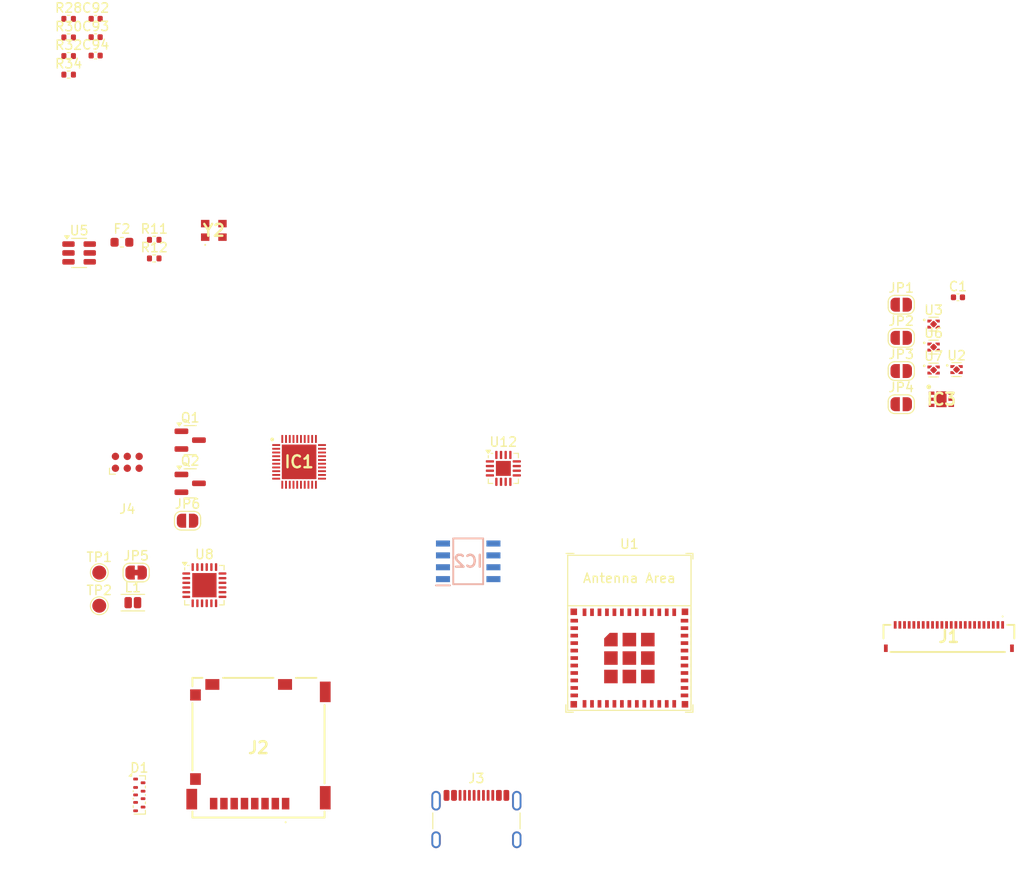
<source format=kicad_pcb>
(kicad_pcb (version 20241229) (generator "pcbnew") (generator_version "9.0")
  (layers (0 "F.Cu" signal) (2 "B.Cu" signal) (13 "F.Paste" user) (15 "B.Paste" user) (5 "F.SilkS" user "F.Silkscreen") (7 "B.SilkS" user "B.Silkscreen") (1 "F.Mask" user) (3 "B.Mask" user) (25 "Edge.Cuts" user))
  (net 0 "")
  (net 1 "GND")
  (net 2 "/power/REG-OUT")
  (net 3 "/power/VBAT")
  (net 4 "+5V")
  (net 5 "Net-(F2-Pad2)")
  (net 6 "+3V3AVDD")
  (net 7 "/AUDIO_DATA_2")
  (net 8 "/audio/GPIO2")
  (net 9 "+3V3")
  (net 10 "/AUDIO_DATA_CLK")
  (net 11 "Net-(IC1-INB_R)")
  (net 12 "/audio/C1")
  (net 13 "Net-(IC1-INB_L)")
  (net 14 "/audio/XI")
  (net 15 "/audio/AVCC_DAC")
  (net 16 "/audio/RESETB")
  (net 17 "/AUDIO_SCL")
  (net 18 "/audio/C1_VC")
  (net 19 "/audio/PNEG_VC")
  (net 20 "Net-(IC1-OUT_L)")
  (net 21 "/audio/VREF")
  (net 22 "Net-(IC1-IN_R)")
  (net 23 "/AUDIO_DATA1")
  (net 24 "/audio/DVDD")
  (net 25 "/audio/C2")
  (net 26 "Net-(IC1-IN_L)")
  (net 27 "Net-(IC1-OUT_R)")
  (net 28 "/audio/C2_VC")
  (net 29 "/audio/PNEG")
  (net 33 "/power/EN3V3VCAA")
  (net 34 "/AUDIO_SDA")
  (net 35 "/power/EN3V3MCLK")
  (net 36 "/power/EN3V3AVCC")
  (net 37 "+3V3AVCC")
  (net 40 "/audio/GPIO1")
  (net 41 "/power/EN1V8AVCC")
  (net 42 "+1V8AVCC")
  (net 43 "+3V3VCCA")
  (net 44 "+3V3MCLK")
  (net 46 "/USB/CC2")
  (net 47 "/USB/D+")
  (net 49 "/USB/D-")
  (net 50 "/USB/CC1")
  (net 51 "/power/ISET")
  (net 52 "/power/ILIM")
  (net 53 "/power/TMR")
  (net 54 "/power/TS")
  (net 55 "/HAL_OUT")
  (net 56 "/USB/SUSP")
  (net 57 "/HAL_SCL")
  (net 70 "/audio/MCLK_EN")
  (net 71 "/HAL_SDA")
  (net 72 "Net-(IC2-PGO)")
  (net 73 "/MEM_DAT1")
  (net 74 "/MEM_DAT2")
  (net 75 "/MEM_DAT3")
  (net 76 "/MEM_CLK")
  (net 77 "/MEM_DAT0")
  (net 84 "/MEM_CMD")
  (net 104 "Net-(JP5-B)")
  (net 105 "/~{RST}")
  (net 106 "Net-(Q1-B)")
  (net 107 "/ESP_EN")
  (net 108 "Net-(Q2-B)")
  (net 109 "/BOOT")
  (net 110 "/~{DTR}")
  (net 111 "Net-(U12-~{PGOOD})")
  (net 112 "Net-(U12-~{CHG})")
  (net 113 "/RXD")
  (net 116 "/TXD")
  (net 120 "/USB/~{DCD}")
  (net 123 "/USB/~{SUSP}")
  (net 126 "/USB/~{RTS}")
  (net 130 "/USB/~{DSR}")
  (net 133 "/USB/~{CTS}")
  (net 136 "/USB/~{RI}{slash}CLK")
  (net 137 "/MEM_COM")
  (footprint "Resistor_SMD:R_0402_1005Metric" (layer "F.Cu") (at 123.535 66.115)
    (property "Reference" "R32" (at 0 -1.17 0) (layer "F.SilkS"))
    (property "Value" "47k")
    (pad "1" smd roundrect (at -0.51 0) (size 0.54 0.64) (layers "F.Cu" "F.Mask" "F.Paste") (net 53 "/power/TMR"))
    (pad "2" smd roundrect (at 0.51 0) (size 0.54 0.64) (layers "F.Cu" "F.Mask" "F.Paste") (net 1 "GND"))
  )
  (footprint "Package_DFN_QFN:Diodes_UDFN3810-9_TYPE_B" (layer "F.Cu") (at 131.1 145.2)
    (property "Reference" "D1" (at 0 -2.9 0) (layer "F.SilkS"))
    (property "Value" "D3V3X8U9LP3810")
    (pad "1" smd roundrect (at -0.4 -1.7) (size 0.5 0.3) (layers "F.Cu" "F.Mask" "F.Paste") (net 137 "/MEM_COM"))
    (pad "2" smd roundrect (at -0.4 -0.8) (size 0.5 0.3) (layers "F.Cu" "F.Mask" "F.Paste") (net 73 "/MEM_DAT1"))
    (pad "3" smd roundrect (at -0.4 0) (size 0.5 0.3) (layers "F.Cu" "F.Mask" "F.Paste") (net 1 "GND"))
    (pad "4" smd roundrect (at -0.4 0.8) (size 0.5 0.3) (layers "F.Cu" "F.Mask" "F.Paste") (net 77 "/MEM_DAT0"))
    (pad "5" smd roundrect (at -0.4 1.7) (size 0.5 0.3) (layers "F.Cu" "F.Mask" "F.Paste") (net 76 "/MEM_CLK"))
    (pad "6" smd roundrect (at 0.4 1.3) (size 0.5 0.3) (layers "F.Cu" "F.Mask" "F.Paste") (net 9 "+3V3"))
    (pad "7" smd roundrect (at 0.4 0.4) (size 0.5 0.3) (layers "F.Cu" "F.Mask" "F.Paste") (net 84 "/MEM_CMD"))
    (pad "8" smd roundrect (at 0.4 -0.4) (size 0.5 0.3) (layers "F.Cu" "F.Mask" "F.Paste") (net 75 "/MEM_DAT3"))
    (pad "9" smd roundrect (at 0.4 -1.3) (size 0.5 0.3) (layers "F.Cu" "F.Mask" "F.Paste") (net 74 "/MEM_DAT2"))
  )
  (footprint "TestPoint:TestPoint_Pad_D1.5mm" (layer "F.Cu") (at 126.8125 124.95)
    (property "Reference" "TP2" (at 0 -1.648 0) (layer "F.SilkS"))
    (property "Value" "TestPoint")
    (pad "1" smd circle (at 0 0) (size 1.5 1.5) (layers "F.Cu" "F.Mask") (net 112 "Net-(U12-~{CHG})"))
  )
  (footprint "ECS-2520SMV-500-GP-TR:ECS2520SMV500GPTR" (layer "F.Cu") (at 139.075 84.775)
    (property "Reference" "Y2" (at 0 0 0) (layer "F.SilkS") (effects (font (size 1.27 1.27) (thickness 0.254))))
    (property "Value" "ECS-2520SMV-500-GP-TR" (hide yes))
    (pad "1" smd rect (at -0.925 0.725 90) (size 0.8 0.9) (layers "F.Cu" "F.Mask" "F.Paste") (net 70 "/audio/MCLK_EN"))
    (pad "2" smd rect (at 0.925 0.725 90) (size 0.8 0.9) (layers "F.Cu" "F.Mask" "F.Paste") (net 1 "GND"))
    (pad "3" smd rect (at 0.925 -0.725 90) (size 0.8 0.9) (layers "F.Cu" "F.Mask" "F.Paste") (net 14 "/audio/XI"))
    (pad "4" smd rect (at -0.925 -0.725 90) (size 0.8 0.9) (layers "F.Cu" "F.Mask" "F.Paste") (net 44 "+3V3MCLK"))
  )
  (footprint "Jumper:SolderJumper-2_P1.3mm_Open_RoundedPad1.0x1.5mm" (layer "F.Cu") (at 212.65 92.73)
    (property "Reference" "JP1" (at 0 -1.8 0) (layer "F.SilkS"))
    (property "Value" "SolderJumper_2_Open")
    (pad "1" smd custom (at -0.65 0) (size 1 0.5) (layers "F.Cu" "F.Mask") (net 33 "/power/EN3V3VCAA") (options (clearance outline) (anchor rect)) (primitives (gr_circle (center 0 0.25) (end 0.5 0.25) (width 0) (fill yes)) (gr_circle (center 0 -0.25) (end 0.5 -0.25) (width 0) (fill yes)) (gr_poly (pts (xy 0.5 0.75) (xy 0 0.75) (xy 0 -0.75) (xy 0.5 -0.75)) (width 0) (fill yes))))
    (pad "2" smd custom (at 0.65 0) (size 1 0.5) (layers "F.Cu" "F.Mask") (net 2 "/power/REG-OUT") (options (clearance outline) (anchor rect)) (primitives (gr_circle (center 0 0.25) (end 0.5 0.25) (width 0) (fill yes)) (gr_circle (center 0 -0.25) (end 0.5 -0.25) (width 0) (fill yes)) (gr_poly (pts (xy 0 0.75) (xy -0.5 0.75) (xy -0.5 -0.75) (xy 0 -0.75)) (width 0) (fill yes))))
  )
  (footprint "Capacitor_SMD:C_0402_1005Metric" (layer "F.Cu") (at 126.425 62.125)
    (property "Reference" "C92" (at 0 -1.16 0) (layer "F.SilkS"))
    (property "Value" "4.7uF")
    (pad "1" smd roundrect (at -0.48 0) (size 0.56 0.62) (layers "F.Cu" "F.Mask" "F.Paste") (net 1 "GND"))
    (pad "2" smd roundrect (at 0.48 0) (size 0.56 0.62) (layers "F.Cu" "F.Mask" "F.Paste") (net 2 "/power/REG-OUT"))
  )
  (footprint "Package_TO_SOT_SMD:SOT-23" (layer "F.Cu") (at 136.5425 111.85)
    (property "Reference" "Q2" (at 0 -2.4 0) (layer "F.SilkS"))
    (property "Value" "SS8050")
    (pad "1" smd roundrect (at -0.9375 -0.95) (size 1.475 0.6) (layers "F.Cu" "F.Mask" "F.Paste") (net 108 "Net-(Q2-B)"))
    (pad "2" smd roundrect (at -0.9375 0.95) (size 1.475 0.6) (layers "F.Cu" "F.Mask" "F.Paste") (net 110 "/~{DTR}"))
    (pad "3" smd roundrect (at 0.9375 0) (size 1.475 0.6) (layers "F.Cu" "F.Mask" "F.Paste") (net 109 "/BOOT"))
  )
  (footprint "Package_SON:Texas_X2SON-4_1x1mm_P0.65mm" (layer "F.Cu") (at 218.57 99.675)
    (property "Reference" "U2" (at 0 -1.5 0) (layer "F.SilkS"))
    (property "Value" "LP5907SNX-1.8/NOPB")
    (pad "1" smd custom (at -0.43 -0.325) (size 0.148492 0.148492) (layers "F.Cu") (net 42 "+1V8AVCC") (options (clearance outline) (anchor circle)) (primitives (gr_poly (pts (xy 0.23 -0.054289) (xy 0.020711 0.155) (xy -0.23 0.155) (xy -0.23 -0.155) (xy 0.23 -0.155)) (width 0) (fill yes))))
    (pad "2" smd custom (at -0.43 0.325) (size 0.148492 0.148492) (layers "F.Cu") (net 1 "GND") (options (clearance outline) (anchor circle)) (primitives (gr_poly (pts (xy 0.23 0.054289) (xy 0.23 0.155) (xy -0.23 0.155) (xy -0.23 -0.155) (xy 0.020711 -0.155)) (width 0) (fill yes))))
    (pad "3" smd custom (at 0.43 0.325) (size 0.148492 0.148492) (layers "F.Cu") (net 41 "/power/EN1V8AVCC") (options (clearance outline) (anchor circle)) (primitives (gr_poly (pts (xy 0.23 0.155) (xy -0.23 0.155) (xy -0.23 0.054289) (xy -0.020711 -0.155) (xy 0.23 -0.155)) (width 0) (fill yes))))
    (pad "4" smd custom (at 0.43 -0.325) (size 0.148492 0.148492) (layers "F.Cu") (net 37 "+3V3AVCC") (options (clearance outline) (anchor circle)) (primitives (gr_poly (pts (xy 0.23 0.155) (xy -0.020711 0.155) (xy -0.23 -0.054289) (xy -0.23 -0.155) (xy 0.23 -0.155)) (width 0) (fill yes))))
    (pad "5" smd roundrect (at 0 0 45) (size 0.58 0.58) (layers "F.Cu" "F.Mask" "F.Paste") (net 1 "GND"))
  )
  (footprint "MEM2090-00-145-00-A:MEM20900014500A" (layer "F.Cu") (at 143.855 140.145)
    (property "Reference" "J2" (at 0 0 0) (layer "F.SilkS") (effects (font (size 1.27 1.27) (thickness 0.254))))
    (property "Value" "MEM2090-00-145-00-A" (hide yes))
    (pad "1" smd rect (at 2.9 5.985) (size 0.8 1.24) (layers "F.Cu" "F.Mask" "F.Paste") (net 74 "/MEM_DAT2"))
    (pad "2" smd rect (at 1.8 5.985) (size 0.8 1.24) (layers "F.Cu" "F.Mask" "F.Paste") (net 75 "/MEM_DAT3"))
    (pad "3" smd rect (at 0.7 5.985) (size 0.8 1.24) (layers "F.Cu" "F.Mask" "F.Paste") (net 84 "/MEM_CMD"))
    (pad "4" smd rect (at -0.4 5.985) (size 0.8 1.24) (layers "F.Cu" "F.Mask" "F.Paste") (net 9 "+3V3"))
    (pad "5" smd rect (at -1.5 5.985) (size 0.8 1.24) (layers "F.Cu" "F.Mask" "F.Paste") (net 76 "/MEM_CLK"))
    (pad "6" smd rect (at -2.6 5.985) (size 0.8 1.24) (layers "F.Cu" "F.Mask" "F.Paste") (net 1 "GND"))
    (pad "7" smd rect (at -3.7 5.985) (size 0.8 1.24) (layers "F.Cu" "F.Mask" "F.Paste") (net 77 "/MEM_DAT0"))
    (pad "8" smd rect (at -4.8 5.985) (size 0.8 1.24) (layers "F.Cu" "F.Mask" "F.Paste") (net 73 "/MEM_DAT1"))
    (pad "9" smd rect (at -6.745 3.355) (size 1.15 1.25) (layers "F.Cu" "F.Mask" "F.Paste") (net 137 "/MEM_COM"))
    (pad "10" smd rect (at 7.145 5.355) (size 1.15 2.5) (layers "F.Cu" "F.Mask" "F.Paste") (net 1 "GND"))
    (pad "11" smd rect (at -7.145 5.505) (size 1.15 2.2) (layers "F.Cu" "F.Mask" "F.Paste") (net 1 "GND"))
    (pad "12" smd rect (at -6.745 -5.645) (size 1.15 1.2) (layers "F.Cu" "F.Mask" "F.Paste") (net 1 "GND"))
    (pad "13" smd rect (at -4.94 -6.77 90) (size 1.15 1.5) (layers "F.Cu" "F.Mask" "F.Paste") (net 1 "GND"))
    (pad "14" smd rect (at 2.84 -6.77 90) (size 1.15 1.5) (layers "F.Cu" "F.Mask" "F.Paste") (net 1 "GND"))
    (pad "15" smd rect (at 7.145 -5.975) (size 1.15 2.2) (layers "F.Cu" "F.Mask" "F.Paste") (net 1 "GND"))
  )
  (footprint "Package_SON:Texas_X2SON-4_1x1mm_P0.65mm" (layer "F.Cu") (at 216.111999 99.723004)
    (property "Reference" "U7" (at 0 -1.5 0) (layer "F.SilkS"))
    (property "Value" "LP5907SNX-3.3/NOPB")
    (pad "1" smd custom (at -0.43 -0.325) (size 0.148492 0.148492) (layers "F.Cu") (net 37 "+3V3AVCC") (options (clearance outline) (anchor circle)) (primitives (gr_poly (pts (xy 0.23 -0.054289) (xy 0.020711 0.155) (xy -0.23 0.155) (xy -0.23 -0.155) (xy 0.23 -0.155)) (width 0) (fill yes))))
    (pad "2" smd custom (at -0.43 0.325) (size 0.148492 0.148492) (layers "F.Cu") (net 1 "GND") (options (clearance outline) (anchor circle)) (primitives (gr_poly (pts (xy 0.23 0.054289) (xy 0.23 0.155) (xy -0.23 0.155) (xy -0.23 -0.155) (xy 0.020711 -0.155)) (width 0) (fill yes))))
    (pad "3" smd custom (at 0.43 0.325) (size 0.148492 0.148492) (layers "F.Cu") (net 36 "/power/EN3V3AVCC") (options (clearance outline) (anchor circle)) (primitives (gr_poly (pts (xy 0.23 0.155) (xy -0.23 0.155) (xy -0.23 0.054289) (xy -0.020711 -0.155) (xy 0.23 -0.155)) (width 0) (fill yes))))
    (pad "4" smd custom (at 0.43 -0.325) (size 0.148492 0.148492) (layers "F.Cu") (net 2 "/power/REG-OUT") (options (clearance outline) (anchor circle)) (primitives (gr_poly (pts (xy 0.23 0.155) (xy -0.020711 0.155) (xy -0.23 -0.054289) (xy -0.23 -0.155) (xy 0.23 -0.155)) (width 0) (fill yes))))
    (pad "5" smd roundrect (at 0 0 45) (size 0.58 0.58) (layers "F.Cu" "F.Mask" "F.Paste") (net 1 "GND"))
  )
  (footprint "Package_SON:Texas_X2SON-4_1x1mm_P0.65mm" (layer "F.Cu") (at 216.111999 97.266003)
    (property "Reference" "U6" (at 0 -1.5 0) (layer "F.SilkS"))
    (property "Value" "LP5907SNX-3.3/NOPB")
    (pad "1" smd custom (at -0.43 -0.325) (size 0.148492 0.148492) (layers "F.Cu") (net 44 "+3V3MCLK") (options (clearance outline) (anchor circle)) (primitives (gr_poly (pts (xy 0.23 -0.054289) (xy 0.020711 0.155) (xy -0.23 0.155) (xy -0.23 -0.155) (xy 0.23 -0.155)) (width 0) (fill yes))))
    (pad "2" smd custom (at -0.43 0.325) (size 0.148492 0.148492) (layers "F.Cu") (net 1 "GND") (options (clearance outline) (anchor circle)) (primitives (gr_poly (pts (xy 0.23 0.054289) (xy 0.23 0.155) (xy -0.23 0.155) (xy -0.23 -0.155) (xy 0.020711 -0.155)) (width 0) (fill yes))))
    (pad "3" smd custom (at 0.43 0.325) (size 0.148492 0.148492) (layers "F.Cu") (net 35 "/power/EN3V3MCLK") (options (clearance outline) (anchor circle)) (primitives (gr_poly (pts (xy 0.23 0.155) (xy -0.23 0.155) (xy -0.23 0.054289) (xy -0.020711 -0.155) (xy 0.23 -0.155)) (width 0) (fill yes))))
    (pad "4" smd custom (at 0.43 -0.325) (size 0.148492 0.148492) (layers "F.Cu") (net 2 "/power/REG-OUT") (options (clearance outline) (anchor circle)) (primitives (gr_poly (pts (xy 0.23 0.155) (xy -0.020711 0.155) (xy -0.23 -0.054289) (xy -0.23 -0.155) (xy 0.23 -0.155)) (width 0) (fill yes))))
    (pad "5" smd roundrect (at 0 0 45) (size 0.58 0.58) (layers "F.Cu" "F.Mask" "F.Paste") (net 1 "GND"))
  )
  (footprint "Resistor_SMD:R_0402_1005Metric" (layer "F.Cu") (at 132.695 85.785)
    (property "Reference" "R11" (at 0 -1.17 0) (layer "F.SilkS"))
    (property "Value" "5.1k")
    (pad "1" smd roundrect (at -0.51 0) (size 0.54 0.64) (layers "F.Cu" "F.Mask" "F.Paste") (net 50 "/USB/CC1"))
    (pad "2" smd roundrect (at 0.51 0) (size 0.54 0.64) (layers "F.Cu" "F.Mask" "F.Paste") (net 1 "GND"))
  )
  (footprint "Package_TO_SOT_SMD:SOT-23-6" (layer "F.Cu") (at 124.655 87.19)
    (property "Reference" "U5" (at 0 -2.4 0) (layer "F.SilkS"))
    (property "Value" "USBLC6-2SC6")
    (pad "1" smd roundrect (at -1.1375 -0.95) (size 1.325 0.6) (layers "F.Cu" "F.Mask" "F.Paste") (net 49 "/USB/D-"))
    (pad "2" smd roundrect (at -1.1375 0) (size 1.325 0.6) (layers "F.Cu" "F.Mask" "F.Paste") (net 1 "GND"))
    (pad "3" smd roundrect (at -1.1375 0.95) (size 1.325 0.6) (layers "F.Cu" "F.Mask" "F.Paste") (net 47 "/USB/D+"))
    (pad "4" smd roundrect (at 1.1375 0.95) (size 1.325 0.6) (layers "F.Cu" "F.Mask" "F.Paste") (net 47 "/USB/D+"))
    (pad "5" smd roundrect (at 1.1375 0) (size 1.325 0.6) (layers "F.Cu" "F.Mask" "F.Paste") (net 4 "+5V"))
    (pad "6" smd roundrect (at 1.1375 -0.95) (size 1.325 0.6) (layers "F.Cu" "F.Mask" "F.Paste") (net 49 "/USB/D-"))
  )
  (footprint "LP5912-3.3DRVR:SON65P200X200X80-7N" (layer "F.Cu") (at 216.95 102.85)
    (property "Reference" "IC3" (at 0 0 0) (layer "F.SilkS") (effects (font (size 1.27 1.27) (thickness 0.254))))
    (property "Value" "LP5912-3.3DRVR" (hide yes))
    (pad "1" smd rect (at -1.05 -0.65 90) (size 0.35 0.6) (layers "F.Cu" "F.Mask" "F.Paste") (net 9 "+3V3"))
    (pad "2" smd rect (at -1.05 0 90) (size 0.35 0.6) (layers "F.Cu" "F.Mask" "F.Paste"))
    (pad "3" smd rect (at -1.05 0.65 90) (size 0.35 0.6) (layers "F.Cu" "F.Mask" "F.Paste"))
    (pad "4" smd rect (at 1.05 0.65 90) (size 0.35 0.6) (layers "F.Cu" "F.Mask" "F.Paste") (net 2 "/power/REG-OUT"))
    (pad "5" smd rect (at 1.05 0 90) (size 0.35 0.6) (layers "F.Cu" "F.Mask" "F.Paste") (net 1 "GND"))
    (pad "6" smd rect (at 1.05 -0.65 90) (size 0.35 0.6) (layers "F.Cu" "F.Mask" "F.Paste") (net 2 "/power/REG-OUT"))
    (pad "7" smd rect (at 0 0) (size 1.1 1.7) (layers "F.Cu" "F.Mask" "F.Paste") (net 1 "GND"))
  )
  (footprint "Package_DFN_QFN:VQFN-16-1EP_3x3mm_P0.5mm_EP1.6x1.6mm" (layer "F.Cu") (at 170.0625 110.25)
    (property "Reference" "U12" (at 0 -2.83 0) (layer "F.SilkS"))
    (property "Value" "BQ24075RGT")
    (pad "1" smd roundrect (at -1.4375 -0.75) (size 0.875 0.25) (layers "F.Cu" "F.Mask" "F.Paste") (net 54 "/power/TS"))
    (pad "2" smd roundrect (at -1.4375 -0.25) (size 0.875 0.25) (layers "F.Cu" "F.Mask" "F.Paste") (net 3 "/power/VBAT"))
    (pad "3" smd roundrect (at -1.4375 0.25) (size 0.875 0.25) (layers "F.Cu" "F.Mask" "F.Paste") (net 3 "/power/VBAT"))
    (pad "4" smd roundrect (at -1.4375 0.75) (size 0.875 0.25) (layers "F.Cu" "F.Mask" "F.Paste") (net 1 "GND"))
    (pad "5" smd roundrect (at -0.75 1.4375) (size 0.25 0.875) (layers "F.Cu" "F.Mask" "F.Paste") (net 56 "/USB/SUSP"))
    (pad "6" smd roundrect (at -0.25 1.4375) (size 0.25 0.875) (layers "F.Cu" "F.Mask" "F.Paste") (net 104 "Net-(JP5-B)"))
    (pad "7" smd roundrect (at 0.25 1.4375) (size 0.25 0.875) (layers "F.Cu" "F.Mask" "F.Paste") (net 111 "Net-(U12-~{PGOOD})"))
    (pad "8" smd roundrect (at 0.75 1.4375) (size 0.25 0.875) (layers "F.Cu" "F.Mask" "F.Paste") (net 1 "GND"))
    (pad "9" smd roundrect (at 1.4375 0.75) (size 0.875 0.25) (layers "F.Cu" "F.Mask" "F.Paste") (net 112 "Net-(U12-~{CHG})"))
    (pad "10" smd roundrect (at 1.4375 0.25) (size 0.875 0.25) (layers "F.Cu" "F.Mask" "F.Paste") (net 2 "/power/REG-OUT"))
    (pad "11" smd roundrect (at 1.4375 -0.25) (size 0.875 0.25) (layers "F.Cu" "F.Mask" "F.Paste") (net 2 "/power/REG-OUT"))
    (pad "12" smd roundrect (at 1.4375 -0.75) (size 0.875 0.25) (layers "F.Cu" "F.Mask" "F.Paste") (net 52 "/power/ILIM"))
    (pad "13" smd roundrect (at 0.75 -1.4375) (size 0.25 0.875) (layers "F.Cu" "F.Mask" "F.Paste") (net 4 "+5V"))
    (pad "14" smd roundrect (at 0.25 -1.4375) (size 0.25 0.875) (layers "F.Cu" "F.Mask" "F.Paste") (net 53 "/power/TMR"))
    (pad "15" smd roundrect (at -0.25 -1.4375) (size 0.25 0.875) (layers "F.Cu" "F.Mask" "F.Paste") (net 1 "GND"))
    (pad "16" smd roundrect (at -0.75 -1.4375) (size 0.25 0.875) (layers "F.Cu" "F.Mask" "F.Paste") (net 51 "/power/ISET"))
    (pad "17" smd rect (at 0 0) (size 1.6 1.6) (property pad_prop_heatsink) (layers "F.Cu" "F.Mask") (net 1 "GND"))
  )
  (footprint "Resistor_SMD:R_0402_1005Metric" (layer "F.Cu") (at 132.695 87.775)
    (property "Reference" "R12" (at 0 -1.17 0) (layer "F.SilkS"))
    (property "Value" "5.1k")
    (pad "1" smd roundrect (at -0.51 0) (size 0.54 0.64) (layers "F.Cu" "F.Mask" "F.Paste") (net 46 "/USB/CC2"))
    (pad "2" smd roundrect (at 0.51 0) (size 0.54 0.64) (layers "F.Cu" "F.Mask" "F.Paste") (net 1 "GND"))
  )
  (footprint "Jumper:SolderJumper-2_P1.3mm_Open_RoundedPad1.0x1.5mm" (layer "F.Cu") (at 136.2625 115.85)
    (property "Reference" "JP6" (at 0 -1.8 0) (layer "F.SilkS"))
    (property "Value" "SolderJumper_2_Open")
    (pad "1" smd custom (at -0.65 0) (size 1 0.5) (layers "F.Cu" "F.Mask") (net 1 "GND") (options (clearance outline) (anchor rect)) (primitives (gr_circle (center 0 0.25) (end 0.5 0.25) (width 0) (fill yes)) (gr_circle (center 0 -0.25) (end 0.5 -0.25) (width 0) (fill yes)) (gr_poly (pts (xy 0.5 0.75) (xy 0 0.75) (xy 0 -0.75) (xy 0.5 -0.75)) (width 0) (fill yes))))
    (pad "2" smd custom (at 0.65 0) (size 1 0.5) (layers "F.Cu" "F.Mask") (net 72 "Net-(IC2-PGO)") (options (clearance outline) (anchor rect)) (primitives (gr_circle (center 0 0.25) (end 0.5 0.25) (width 0) (fill yes)) (gr_circle (center 0 -0.25) (end 0.5 -0.25) (width 0) (fill yes)) (gr_poly (pts (xy 0 0.75) (xy -0.5 0.75) (xy -0.5 -0.75) (xy 0 -0.75)) (width 0) (fill yes))))
  )
  (footprint "Resistor_SMD:R_0402_1005Metric" (layer "F.Cu") (at 123.535 64.125)
    (property "Reference" "R30" (at 0 -1.17 0) (layer "F.SilkS"))
    (property "Value" "1.5k")
    (pad "1" smd roundrect (at -0.51 0) (size 0.54 0.64) (layers "F.Cu" "F.Mask" "F.Paste") (net 52 "/power/ILIM"))
    (pad "2" smd roundrect (at 0.51 0) (size 0.54 0.64) (layers "F.Cu" "F.Mask" "F.Paste") (net 1 "GND"))
  )
  (footprint "TestPoint:TestPoint_Pad_D1.5mm" (layer "F.Cu") (at 126.8125 121.4)
    (property "Reference" "TP1" (at 0 -1.648 0) (layer "F.SilkS"))
    (property "Value" "TestPoint")
    (pad "1" smd circle (at 0 0) (size 1.5 1.5) (layers "F.Cu" "F.Mask") (net 111 "Net-(U12-~{PGOOD})"))
  )
  (footprint "Package_TO_SOT_SMD:SOT-23" (layer "F.Cu") (at 136.5425 107.225)
    (property "Reference" "Q1" (at 0 -2.4 0) (layer "F.SilkS"))
    (property "Value" "SS8050")
    (pad "1" smd roundrect (at -0.9375 -0.95) (size 1.475 0.6) (layers "F.Cu" "F.Mask" "F.Paste") (net 106 "Net-(Q1-B)"))
    (pad "2" smd roundrect (at -0.9375 0.95) (size 1.475 0.6) (layers "F.Cu" "F.Mask" "F.Paste") (net 105 "/~{RST}"))
    (pad "3" smd roundrect (at 0.9375 0) (size 1.475 0.6) (layers "F.Cu" "F.Mask" "F.Paste") (net 107 "/ESP_EN"))
  )
  (footprint "FH34SRJ-24S-0.5SH(99):FH34SRJ24S05SH99" (layer "F.Cu") (at 217.75 128.45)
    (property "Reference" "J1" (at 0 -0.2 0) (layer "F.SilkS") (effects (font (size 1.27 1.27) (thickness 0.254))))
    (property "Value" "GDEY0154D67" (hide yes))
    (pad "1" smd rect (at 5.75 -1.45) (size 0.3 0.8) (layers "F.Cu" "F.Mask" "F.Paste"))
    (pad "2" smd rect (at 5.25 -1.45) (size 0.3 0.8) (layers "F.Cu" "F.Mask" "F.Paste"))
    (pad "3" smd rect (at 4.75 -1.45) (size 0.3 0.8) (layers "F.Cu" "F.Mask" "F.Paste"))
    (pad "4" smd rect (at 4.25 -1.45) (size 0.3 0.8) (layers "F.Cu" "F.Mask" "F.Paste"))
    (pad "5" smd rect (at 3.75 -1.45) (size 0.3 0.8) (layers "F.Cu" "F.Mask" "F.Paste"))
    (pad "6" smd rect (at 3.25 -1.45) (size 0.3 0.8) (layers "F.Cu" "F.Mask" "F.Paste"))
    (pad "7" smd rect (at 2.75 -1.45) (size 0.3 0.8) (layers "F.Cu" "F.Mask" "F.Paste"))
    (pad "8" smd rect (at 2.25 -1.45) (size 0.3 0.8) (layers "F.Cu" "F.Mask" "F.Paste"))
    (pad "9" smd rect (at 1.75 -1.45) (size 0.3 0.8) (layers "F.Cu" "F.Mask" "F.Paste"))
    (pad "10" smd rect (at 1.25 -1.45) (size 0.3 0.8) (layers "F.Cu" "F.Mask" "F.Paste"))
    (pad "11" smd rect (at 0.75 -1.45) (size 0.3 0.8) (layers "F.Cu" "F.Mask" "F.Paste"))
    (pad "12" smd rect (at 0.25 -1.45) (size 0.3 0.8) (layers "F.Cu" "F.Mask" "F.Paste"))
    (pad "13" smd rect (at -0.25 -1.45) (size 0.3 0.8) (layers "F.Cu" "F.Mask" "F.Paste"))
    (pad "14" smd rect (at -0.75 -1.45) (size 0.3 0.8) (layers "F.Cu" "F.Mask" "F.Paste"))
    (pad "15" smd rect (at -1.25 -1.45) (size 0.3 0.8) (layers "F.Cu" "F.Mask" "F.Paste"))
    (pad "16" smd rect (at -1.75 -1.45) (size 0.3 0.8) (layers "F.Cu" "F.Mask" "F.Paste"))
    (pad "17" smd rect (at -2.25 -1.45) (size 0.3 0.8) (layers "F.Cu" "F.Mask" "F.Paste"))
    (pad "18" smd rect (at -2.75 -1.45) (size 0.3 0.8) (layers "F.Cu" "F.Mask" "F.Paste"))
    (pad "19" smd rect (at -3.25 -1.45) (size 0.3 0.8) (layers "F.Cu" "F.Mask" "F.Paste"))
    (pad "20" smd rect (at -3.75 -1.45) (size 0.3 0.8) (layers "F.Cu" "F.Mask" "F.Paste"))
    (pad "21" smd rect (at -4.25 -1.45) (size 0.3 0.8) (layers "F.Cu" "F.Mask" "F.Paste"))
    (pad "22" smd rect (at -4.75 -1.45) (size 0.3 0.8) (layers "F.Cu" "F.Mask" "F.Paste"))
    (pad "23" smd rect (at -5.25 -1.45) (size 0.3 0.8) (layers "F.Cu" "F.Mask" "F.Paste"))
    (pad "24" smd rect (at -5.75 -1.45) (size 0.3 0.8) (layers "F.Cu" "F.Mask" "F.Paste"))
    (pad "MP1" smd rect (at 6.75 1.05) (size 0.4 0.8) (layers "F.Cu" "F.Mask" "F.Paste") (net 1 "GND"))
    (pad "MP2" smd rect (at -6.75 1.05) (size 0.4 0.8) (layers "F.Cu" "F.Mask" "F.Paste") (net 1 "GND"))
  )
  (footprint "PCM_Espressif:ESP32-PICO-MINI-02" (layer "F.Cu") (at 183.55 130.55)
    (property "Reference" "U1" (at 0 -12.2 0) (layer "F.SilkS"))
    (property "Value" "ESP32-PICO-MINI-02")
    (fp_text user "Antenna Area" (at 0 -8.55 0) (layer "F.SilkS"))
    (pad "1" smd rect (at -5.9 -4 90) (size 0.4 0.8) (layers "F.Cu" "F.Mask" "F.Paste") (net 1 "GND"))
    (pad "2" smd rect (at -5.9 -3.2 90) (size 0.4 0.8) (layers "F.Cu" "F.Mask" "F.Paste") (net 1 "GND"))
    (pad "3" smd rect (at -5.9 -2.4 90) (size 0.4 0.8) (layers "F.Cu" "F.Mask" "F.Paste") (net 9 "+3V3"))
    (pad "4" smd rect (at -5.9 -1.6 90) (size 0.4 0.8) (layers "F.Cu" "F.Mask" "F.Paste") (net 55 "/HAL_OUT"))
    (pad "5" smd rect (at -5.9 -0.8 90) (size 0.4 0.8) (layers "F.Cu" "F.Mask" "F.Paste"))
    (pad "6" smd rect (at -5.9 0 90) (size 0.4 0.8) (layers "F.Cu" "F.Mask" "F.Paste"))
    (pad "7" smd rect (at -5.9 0.8 90) (size 0.4 0.8) (layers "F.Cu" "F.Mask" "F.Paste"))
    (pad "8" smd rect (at -5.9 1.6 90) (size 0.4 0.8) (layers "F.Cu" "F.Mask" "F.Paste") (net 107 "/ESP_EN"))
    (pad "9" smd rect (at -5.9 2.4 90) (size 0.4 0.8) (layers "F.Cu" "F.Mask" "F.Paste"))
    (pad "10" smd rect (at -5.9 3.2 90) (size 0.4 0.8) (layers "F.Cu" "F.Mask" "F.Paste"))
    (pad "11" smd rect (at -5.9 4 90) (size 0.4 0.8) (layers "F.Cu" "F.Mask" "F.Paste") (net 1 "GND"))
    (pad "12" smd rect (at -4.8 4.9) (size 0.4 0.8) (layers "F.Cu" "F.Mask" "F.Paste"))
    (pad "13" smd rect (at -4 4.9) (size 0.4 0.8) (layers "F.Cu" "F.Mask" "F.Paste"))
    (pad "14" smd rect (at -3.2 4.9) (size 0.4 0.8) (layers "F.Cu" "F.Mask" "F.Paste") (net 1 "GND"))
    (pad "15" smd rect (at -2.4 4.9) (size 0.4 0.8) (layers "F.Cu" "F.Mask" "F.Paste") (net 17 "/AUDIO_SCL"))
    (pad "16" smd rect (at -1.6 4.9) (size 0.4 0.8) (layers "F.Cu" "F.Mask" "F.Paste") (net 34 "/AUDIO_SDA"))
    (pad "17" smd rect (at -0.8 4.9) (size 0.4 0.8) (layers "F.Cu" "F.Mask" "F.Paste"))
    (pad "18" smd rect (at 0 4.9) (size 0.4 0.8) (layers "F.Cu" "F.Mask" "F.Paste") (net 76 "/MEM_CLK"))
    (pad "19" smd rect (at 0.8 4.9) (size 0.4 0.8) (layers "F.Cu" "F.Mask" "F.Paste") (net 74 "/MEM_DAT2"))
    (pad "20" smd rect (at 1.6 4.9) (size 0.4 0.8) (layers "F.Cu" "F.Mask" "F.Paste") (net 75 "/MEM_DAT3"))
    (pad "21" smd rect (at 2.4 4.9) (size 0.4 0.8) (layers "F.Cu" "F.Mask" "F.Paste") (net 84 "/MEM_CMD"))
    (pad "22" smd rect (at 3.2 4.9) (size 0.4 0.8) (layers "F.Cu" "F.Mask" "F.Paste") (net 77 "/MEM_DAT0"))
    (pad "23" smd rect (at 4 4.9) (size 0.4 0.8) (layers "F.Cu" "F.Mask" "F.Paste") (net 109 "/BOOT"))
    (pad "24" smd rect (at 4.8 4.9) (size 0.4 0.8) (layers "F.Cu" "F.Mask" "F.Paste") (net 73 "/MEM_DAT1"))
    (pad "25" smd rect (at 5.9 4 90) (size 0.4 0.8) (layers "F.Cu" "F.Mask" "F.Paste"))
    (pad "26" smd rect (at 5.9 3.2 90) (size 0.4 0.8) (layers "F.Cu" "F.Mask" "F.Paste") (net 71 "/HAL_SDA"))
    (pad "27" smd rect (at 5.9 2.4 90) (size 0.4 0.8) (layers "F.Cu" "F.Mask" "F.Paste"))
    (pad "28" smd rect (at 5.9 1.6 90) (size 0.4 0.8) (layers "F.Cu" "F.Mask" "F.Paste"))
    (pad "29" smd rect (at 5.9 0.8 90) (size 0.4 0.8) (layers "F.Cu" "F.Mask" "F.Paste"))
    (pad "30" smd rect (at 5.9 0 90) (size 0.4 0.8) (layers "F.Cu" "F.Mask" "F.Paste") (net 113 "/RXD"))
    (pad "31" smd rect (at 5.9 -0.8 90) (size 0.4 0.8) (layers "F.Cu" "F.Mask" "F.Paste") (net 116 "/TXD"))
    (pad "32" smd rect (at 5.9 -1.6 90) (size 0.4 0.8) (layers "F.Cu" "F.Mask" "F.Paste"))
    (pad "33" smd rect (at 5.9 -2.4 90) (size 0.4 0.8) (layers "F.Cu" "F.Mask" "F.Paste") (net 57 "/HAL_SCL"))
    (pad "34" smd rect (at 5.9 -3.2 90) (size 0.4 0.8) (layers "F.Cu" "F.Mask" "F.Paste") (net 7 "/AUDIO_DATA_2"))
    (pad "35" smd rect (at 5.9 -4 90) (size 0.4 0.8) (layers "F.Cu" "F.Mask" "F.Paste") (net 23 "/AUDIO_DATA1"))
    (pad "36" smd rect (at 4.8 -4.9) (size 0.4 0.8) (layers "F.Cu" "F.Mask" "F.Paste") (net 1 "GND"))
    (pad "37" smd rect (at 4 -4.9) (size 0.4 0.8) (layers "F.Cu" "F.Mask" "F.Paste") (net 1 "GND"))
    (pad "38" smd rect (at 3.2 -4.9) (size 0.4 0.8) (layers "F.Cu" "F.Mask" "F.Paste") (net 1 "GND"))
    (pad "39" smd rect (at 2.4 -4.9) (size 0.4 0.8) (layers "F.Cu" "F.Mask" "F.Paste") (net 1 "GND"))
    (pad "40" smd rect (at 1.6 -4.9) (size 0.4 0.8) (layers "F.Cu" "F.Mask" "F.Paste") (net 1 "GND"))
    (pad "41" smd rect (at 0.8 -4.9) (size 0.4 0.8) (layers "F.Cu" "F.Mask" "F.Paste") (net 1 "GND"))
    (pad "42" smd rect (at 0 -4.9) (size 0.4 0.8) (layers "F.Cu" "F.Mask" "F.Paste") (net 1 "GND"))
    (pad "43" smd rect (at -0.8 -4.9) (size 0.4 0.8) (layers "F.Cu" "F.Mask" "F.Paste") (net 1 "GND"))
    (pad "44" smd rect (at -1.6 -4.9) (size 0.4 0.8) (layers "F.Cu" "F.Mask" "F.Paste") (net 1 "GND"))
    (pad "45" smd rect (at -2.4 -4.9) (size 0.4 0.8) (layers "F.Cu" "F.Mask" "F.Paste") (net 1 "GND"))
    (pad "46" smd rect (at -3.2 -4.9) (size 0.4 0.8) (layers "F.Cu" "F.Mask" "F.Paste") (net 1 "GND"))
    (pad "47" smd rect (at -4 -4.9) (size 0.4 0.8) (layers "F.Cu" "F.Mask" "F.Paste") (net 1 "GND"))
    (pad "48" smd rect (at -4.8 -4.9) (size 0.4 0.8) (layers "F.Cu" "F.Mask" "F.Paste") (net 1 "GND"))
    (pad "49" smd custom (at -1.975 -1.975) (size 0.8 0.8) (layers "F.Cu" "F.Mask" "F.Paste") (net 1 "GND") (options (clearance outline) (anchor rect)) (primitives (gr_poly (pts (xy 0.725 0.725) (xy -0.725 0.725) (xy -0.725 -0.125) (xy -0.125 -0.725) (xy 0.725 -0.725)) (width 0) (fill yes))))
    (pad "49" smd rect (at -1.975 0 90) (size 1.45 1.45) (layers "F.Cu" "F.Mask" "F.Paste") (net 1 "GND"))
    (pad "49" smd rect (at -1.975 1.975 90) (size 1.45 1.45) (layers "F.Cu" "F.Mask" "F.Paste") (net 1 "GND"))
    (pad "49" smd rect (at 0 -1.975 90) (size 1.45 1.45) (layers "F.Cu" "F.Mask" "F.Paste") (net 1 "GND"))
    (pad "49" smd rect (at 0 0 90) (size 1.45 1.45) (layers "F.Cu" "F.Mask" "F.Paste") (net 1 "GND"))
    (pad "49" smd rect (at 0 1.975 90) (size 1.45 1.45) (layers "F.Cu" "F.Mask" "F.Paste") (net 1 "GND"))
    (pad "49" smd rect (at 1.975 -1.975 90) (size 1.45 1.45) (layers "F.Cu" "F.Mask" "F.Paste") (net 1 "GND"))
    (pad "49" smd rect (at 1.975 0 90) (size 1.45 1.45) (layers "F.Cu" "F.Mask" "F.Paste") (net 1 "GND"))
    (pad "49" smd rect (at 1.975 1.975 90) (size 1.45 1.45) (layers "F.Cu" "F.Mask" "F.Paste") (net 1 "GND"))
    (pad "50" smd rect (at 5.95 -4.95 90) (size 0.7 0.7) (layers "F.Cu" "F.Mask" "F.Paste") (net 1 "GND"))
    (pad "51" smd rect (at 5.95 4.95 90) (size 0.7 0.7) (layers "F.Cu" "F.Mask" "F.Paste") (net 1 "GND"))
    (pad "52" smd rect (at -5.95 4.95 90) (size 0.7 0.7) (layers "F.Cu" "F.Mask" "F.Paste") (net 1 "GND"))
    (pad "53" smd rect (at -5.95 -4.95 90) (size 0.7 0.7) (layers "F.Cu" "F.Mask" "F.Paste") (net 1 "GND"))
  )
  (footprint "Connector:Tag-Connect_TC2030-IDC-FP_2x03_P1.27mm_Vertical" (layer "F.Cu") (at 129.8125 109.6)
    (property "Reference" "J4" (at 0 5 0) (layer "F.SilkS"))
    (property "Value" "Conn_ARM_SWD_TagConnect_TC2030")
    (pad "" np_thru_hole circle (at -2.54 -2.54) (size 2.3749 2.3749) (drill 2.3749) (layers "*.Cu" "*.Mask"))
    (pad "" np_thru_hole circle (at -2.54 0) (size 0.9906 0.9906) (drill 0.9906) (layers "*.Cu" "*.Mask"))
    (pad "" np_thru_hole circle (at -2.54 2.54) (size 2.3749 2.3749) (drill 2.3749) (layers "*.Cu" "*.Mask"))
    (pad "" np_thru_hole circle (at 0.635 -2.54) (size 2.3749 2.3749) (drill 2.3749) (layers "*.Cu" "*.Mask"))
    (pad "" np_thru_hole circle (at 0.635 2.54) (size 2.3749 2.3749) (drill 2.3749) (layers "*.Cu" "*.Mask"))
    (pad "" np_thru_hole circle (at 2.54 -1.016) (size 0.9906 0.9906) (drill 0.9906) (layers "*.Cu" "*.Mask"))
    (pad "" np_thru_hole circle (at 2.54 1.016) (size 0.9906 0.9906) (drill 0.9906) (layers "*.Cu" "*.Mask"))
    (pad "1" connect circle (at -1.27 0.635) (size 0.7874 0.7874) (layers "F.Cu" "F.Mask"))
    (pad "2" connect circle (at -1.27 -0.635) (size 0.7874 0.7874) (layers "F.Cu" "F.Mask"))
    (pad "3" connect circle (at 0 0.635) (size 0.7874 0.7874) (layers "F.Cu" "F.Mask"))
    (pad "4" connect circle (at 0 -0.635) (size 0.7874 0.7874) (layers "F.Cu" "F.Mask"))
    (pad "5" connect circle (at 1.27 0.635) (size 0.7874 0.7874) (layers "F.Cu" "F.Mask"))
    (pad "6" connect circle (at 1.27 -0.635) (size 0.7874 0.7874) (layers "F.Cu" "F.Mask"))
  )
  (footprint "Capacitor_SMD:C_0402_1005Metric" (layer "F.Cu") (at 218.72 91.94)
    (property "Reference" "C1" (at 0 -1.16 0) (layer "F.SilkS"))
    (property "Value" "4.7uF")
    (pad "1" smd roundrect (at -0.48 0) (size 0.56 0.62) (layers "F.Cu" "F.Mask" "F.Paste") (net 1 "GND"))
    (pad "2" smd roundrect (at 0.48 0) (size 0.56 0.62) (layers "F.Cu" "F.Mask" "F.Paste") (net 2 "/power/REG-OUT"))
  )
  (footprint "Connector_USB:USB_C_Receptacle_GCT_USB4105-xx-A_16P_TopMnt_Horizontal" (layer "F.Cu") (at 167.18 148.925)
    (property "Reference" "J3" (at 0 -5.5 0) (layer "F.SilkS"))
    (property "Value" "USB_C_Receptacle_USB2.0_16P")
    (pad "" np_thru_hole circle (at -2.89 -2.605) (size 0.65 0.65) (drill 0.65) (layers "*.Cu" "*.Mask"))
    (pad "" np_thru_hole circle (at 2.89 -2.605) (size 0.65 0.65) (drill 0.65) (layers "*.Cu" "*.Mask"))
    (pad "A1" smd roundrect (at -3.2 -3.68) (size 0.6 1.15) (layers "F.Cu" "F.Mask" "F.Paste") (net 1 "GND"))
    (pad "A4" smd roundrect (at -2.4 -3.68) (size 0.6 1.15) (layers "F.Cu" "F.Mask" "F.Paste") (net 5 "Net-(F2-Pad2)"))
    (pad "A5" smd roundrect (at -1.25 -3.68) (size 0.3 1.15) (layers "F.Cu" "F.Mask" "F.Paste") (net 46 "/USB/CC2"))
    (pad "A6" smd roundrect (at -0.25 -3.68) (size 0.3 1.15) (layers "F.Cu" "F.Mask" "F.Paste") (net 47 "/USB/D+"))
    (pad "A7" smd roundrect (at 0.25 -3.68) (size 0.3 1.15) (layers "F.Cu" "F.Mask" "F.Paste") (net 49 "/USB/D-"))
    (pad "A8" smd roundrect (at 1.25 -3.68) (size 0.3 1.15) (layers "F.Cu" "F.Mask" "F.Paste"))
    (pad "A9" smd roundrect (at 2.4 -3.68) (size 0.6 1.15) (layers "F.Cu" "F.Mask" "F.Paste") (net 5 "Net-(F2-Pad2)"))
    (pad "A12" smd roundrect (at 3.2 -3.68) (size 0.6 1.15) (layers "F.Cu" "F.Mask" "F.Paste") (net 1 "GND"))
    (pad "B1" smd roundrect (at 3.2 -3.68) (size 0.6 1.15) (layers "F.Cu" "F.Mask" "F.Paste") (net 1 "GND"))
    (pad "B4" smd roundrect (at 2.4 -3.68) (size 0.6 1.15) (layers "F.Cu" "F.Mask" "F.Paste") (net 5 "Net-(F2-Pad2)"))
    (pad "B5" smd roundrect (at 1.75 -3.68) (size 0.3 1.15) (layers "F.Cu" "F.Mask" "F.Paste") (net 50 "/USB/CC1"))
    (pad "B6" smd roundrect (at 0.75 -3.68) (size 0.3 1.15) (layers "F.Cu" "F.Mask" "F.Paste") (net 47 "/USB/D+"))
    (pad "B7" smd roundrect (at -0.75 -3.68) (size 0.3 1.15) (layers "F.Cu" "F.Mask" "F.Paste") (net 49 "/USB/D-"))
    (pad "B8" smd roundrect (at -1.75 -3.68) (size 0.3 1.15) (layers "F.Cu" "F.Mask" "F.Paste"))
    (pad "B9" smd roundrect (at -2.4 -3.68) (size 0.6 1.15) (layers "F.Cu" "F.Mask" "F.Paste") (net 5 "Net-(F2-Pad2)"))
    (pad "B12" smd roundrect (at -3.2 -3.68) (size 0.6 1.15) (layers "F.Cu" "F.Mask" "F.Paste") (net 1 "GND"))
    (pad "S1" thru_hole oval (at -4.32 -3.105) (size 1 2.1) (drill oval 0.6 1.7) (property pad_prop_heatsink) (layers "*.Cu" "*.Mask" "F.Paste") (net 1 "GND"))
    (pad "S1" thru_hole oval (at -4.32 1.075) (size 1 1.8) (drill oval 0.6 1.4) (property pad_prop_heatsink) (layers "*.Cu" "*.Mask" "F.Paste") (net 1 "GND"))
    (pad "S1" thru_hole oval (at 4.32 -3.105) (size 1 2.1) (drill oval 0.6 1.7) (property pad_prop_heatsink) (layers "*.Cu" "*.Mask" "F.Paste") (net 1 "GND"))
    (pad "S1" thru_hole oval (at 4.32 1.075) (size 1 1.8) (drill oval 0.6 1.4) (property pad_prop_heatsink) (layers "*.Cu" "*.Mask" "F.Paste") (net 1 "GND"))
  )
  (footprint "Jumper:SolderJumper-2_P1.3mm_Open_RoundedPad1.0x1.5mm" (layer "F.Cu") (at 212.65 103.38)
    (property "Reference" "JP4" (at 0 -1.8 0) (layer "F.SilkS"))
    (property "Value" "SolderJumper_2_Open")
    (pad "1" smd custom (at -0.65 0) (size 1 0.5) (layers "F.Cu" "F.Mask") (net 41 "/power/EN1V8AVCC") (options (clearance outline) (anchor rect)) (primitives (gr_circle (center 0 0.25) (end 0.5 0.25) (width 0) (fill yes)) (gr_circle (center 0 -0.25) (end 0.5 -0.25) (width 0) (fill yes)) (gr_poly (pts (xy 0.5 0.75) (xy 0 0.75) (xy 0 -0.75) (xy 0.5 -0.75)) (width 0) (fill yes))))
    (pad "2" smd custom (at 0.65 0) (size 1 0.5) (layers "F.Cu" "F.Mask") (net 37 "+3V3AVCC") (options (clearance outline) (anchor rect)) (primitives (gr_circle (center 0 0.25) (end 0.5 0.25) (width 0) (fill yes)) (gr_circle (center 0 -0.25) (end 0.5 -0.25) (width 0) (fill yes)) (gr_poly (pts (xy 0 0.75) (xy -0.5 0.75) (xy -0.5 -0.75) (xy 0 -0.75)) (width 0) (fill yes))))
  )
  (footprint "Package_SON:Texas_X2SON-4_1x1mm_P0.65mm" (layer "F.Cu") (at 216.111999 94.809002)
    (property "Reference" "U3" (at 0 -1.5 0) (layer "F.SilkS"))
    (property "Value" "LP5907SNX-3.3/NOPB")
    (pad "1" smd custom (at -0.43 -0.325) (size 0.148492 0.148492) (layers "F.Cu") (net 43 "+3V3VCCA") (options (clearance outline) (anchor circle)) (primitives (gr_poly (pts (xy 0.23 -0.054289) (xy 0.020711 0.155) (xy -0.23 0.155) (xy -0.23 -0.155) (xy 0.23 -0.155)) (width 0) (fill yes))))
    (pad "2" smd custom (at -0.43 0.325) (size 0.148492 0.148492) (layers "F.Cu") (net 1 "GND") (options (clearance outline) (anchor circle)) (primitives (gr_poly (pts (xy 0.23 0.054289) (xy 0.23 0.155) (xy -0.23 0.155) (xy -0.23 -0.155) (xy 0.020711 -0.155)) (width 0) (fill yes))))
    (pad "3" smd custom (at 0.43 0.325) (size 0.148492 0.148492) (layers "F.Cu") (net 33 "/power/EN3V3VCAA") (options (clearance outline) (anchor circle)) (primitives (gr_poly (pts (xy 0.23 0.155) (xy -0.23 0.155) (xy -0.23 0.054289) (xy -0.020711 -0.155) (xy 0.23 -0.155)) (width 0) (fill yes))))
    (pad "4" smd custom (at 0.43 -0.325) (size 0.148492 0.148492) (layers "F.Cu") (net 2 "/power/REG-OUT") (options (clearance outline) (anchor circle)) (primitives (gr_poly (pts (xy 0.23 0.155) (xy -0.020711 0.155) (xy -0.23 -0.054289) (xy -0.23 -0.155) (xy 0.23 -0.155)) (width 0) (fill yes))))
    (pad "5" smd roundrect (at 0 0 45) (size 0.58 0.58) (layers "F.Cu" "F.Mask" "F.Paste") (net 1 "GND"))
  )
  (footprint "Jumper:SolderJumper-2_P1.3mm_Bridged_RoundedPad1.0x1.5mm" (layer "F.Cu") (at 130.7625 121.4)
    (property "Reference" "JP5" (at 0 -1.8 0) (layer "F.SilkS"))
    (property "Value" "SolderJumper_2_Bridged")
    (fp_poly (pts (xy 0.25 -0.3) (xy -0.25 -0.3) (xy -0.25 0.3) (xy 0.25 0.3)) (fill yes) (layer "F.Cu"))
    (pad "1" smd custom (at -0.65 0) (size 1 0.5) (layers "F.Cu" "F.Mask") (net 4 "+5V") (options (clearance outline) (anchor rect)) (primitives (gr_circle (center 0 0.25) (end 0.5 0.25) (width 0) (fill yes)) (gr_circle (center 0 -0.25) (end 0.5 -0.25) (width 0) (fill yes)) (gr_poly (pts (xy 0.5 0.75) (xy 0 0.75) (xy 0 -0.75) (xy 0.5 -0.75)) (width 0) (fill yes))))
    (pad "2" smd custom (at 0.65 0) (size 1 0.5) (layers "F.Cu" "F.Mask") (net 104 "Net-(JP5-B)") (options (clearance outline) (anchor rect)) (primitives (gr_circle (center 0 0.25) (end 0.5 0.25) (width 0) (fill yes)) (gr_circle (center 0 -0.25) (end 0.5 -0.25) (width 0) (fill yes)) (gr_poly (pts (xy 0 0.75) (xy -0.5 0.75) (xy -0.5 -0.75) (xy 0 -0.75)) (width 0) (fill yes))))
  )
  (footprint "Package_DFN_QFN:QFN-24-1EP_4x4mm_P0.5mm_EP2.6x2.6mm" (layer "F.Cu") (at 138.0625 122.75)
    (property "Reference" "U8" (at 0 -3.3 0) (layer "F.SilkS"))
    (property "Value" "CP2102N-Axx-xQFN24")
    (pad "1" smd roundrect (at -1.9375 -1.25) (size 0.825 0.25) (layers "F.Cu" "F.Mask" "F.Paste") (net 136 "/USB/~{RI}{slash}CLK"))
    (pad "2" smd roundrect (at -1.9375 -0.75) (size 0.825 0.25) (layers "F.Cu" "F.Mask" "F.Paste") (net 1 "GND"))
    (pad "3" smd roundrect (at -1.9375 -0.25) (size 0.825 0.25) (layers "F.Cu" "F.Mask" "F.Paste") (net 47 "/USB/D+"))
    (pad "4" smd roundrect (at -1.9375 0.25) (size 0.825 0.25) (layers "F.Cu" "F.Mask" "F.Paste") (net 49 "/USB/D-"))
    (pad "5" smd roundrect (at -1.9375 0.75) (size 0.825 0.25) (layers "F.Cu" "F.Mask" "F.Paste"))
    (pad "6" smd roundrect (at -1.9375 1.25) (size 0.825 0.25) (layers "F.Cu" "F.Mask" "F.Paste"))
    (pad "7" smd roundrect (at -1.25 1.9375) (size 0.25 0.825) (layers "F.Cu" "F.Mask" "F.Paste"))
    (pad "8" smd roundrect (at -0.75 1.9375) (size 0.25 0.825) (layers "F.Cu" "F.Mask" "F.Paste") (net 4 "+5V"))
    (pad "9" smd roundrect (at -0.25 1.9375) (size 0.25 0.825) (layers "F.Cu" "F.Mask" "F.Paste") (net 105 "/~{RST}"))
    (pad "10" smd roundrect (at 0.25 1.9375) (size 0.25 0.825) (layers "F.Cu" "F.Mask" "F.Paste"))
    (pad "11" smd roundrect (at 0.75 1.9375) (size 0.25 0.825) (layers "F.Cu" "F.Mask" "F.Paste"))
    (pad "12" smd roundrect (at 1.25 1.9375) (size 0.25 0.825) (layers "F.Cu" "F.Mask" "F.Paste"))
    (pad "13" smd roundrect (at 1.9375 1.25) (size 0.825 0.25) (layers "F.Cu" "F.Mask" "F.Paste"))
    (pad "14" smd roundrect (at 1.9375 0.75) (size 0.825 0.25) (layers "F.Cu" "F.Mask" "F.Paste"))
    (pad "15" smd roundrect (at 1.9375 0.25) (size 0.825 0.25) (layers "F.Cu" "F.Mask" "F.Paste") (net 123 "/USB/~{SUSP}"))
    (pad "16" smd roundrect (at 1.9375 -0.25) (size 0.825 0.25) (layers "F.Cu" "F.Mask" "F.Paste"))
    (pad "17" smd roundrect (at 1.9375 -0.75) (size 0.825 0.25) (layers "F.Cu" "F.Mask" "F.Paste") (net 56 "/USB/SUSP"))
    (pad "18" smd roundrect (at 1.9375 -1.25) (size 0.825 0.25) (layers "F.Cu" "F.Mask" "F.Paste") (net 133 "/USB/~{CTS}"))
    (pad "19" smd roundrect (at 1.25 -1.9375) (size 0.25 0.825) (layers "F.Cu" "F.Mask" "F.Paste") (net 126 "/USB/~{RTS}"))
    (pad "20" smd roundrect (at 0.75 -1.9375) (size 0.25 0.825) (layers "F.Cu" "F.Mask" "F.Paste") (net 116 "/TXD"))
    (pad "21" smd roundrect (at 0.25 -1.9375) (size 0.25 0.825) (layers "F.Cu" "F.Mask" "F.Paste") (net 113 "/RXD"))
    (pad "22" smd roundrect (at -0.25 -1.9375) (size 0.25 0.825) (layers "F.Cu" "F.Mask" "F.Paste") (net 130 "/USB/~{DSR}"))
    (pad "23" smd roundrect (at -0.75 -1.9375) (size 0.25 0.825) (layers "F.Cu" "F.Mask" "F.Paste") (net 110 "/~{DTR}"))
    (pad "24" smd roundrect (at -1.25 -1.9375) (size 0.25 0.825) (layers "F.Cu" "F.Mask" "F.Paste") (net 120 "/USB/~{DCD}"))
    (pad "25" smd rect (at 0 0) (size 2.6 2.6) (property pad_prop_heatsink) (layers "F.Cu" "F.Mask") (net 1 "GND"))
  )
  (footprint "ES9218PQ:QFN40P500X500X80-41N-D" (layer "F.Cu") (at 148.2 109.55)
    (property "Reference" "IC1" (at 0 0 0) (layer "F.SilkS") (effects (font (size 1.27 1.27) (thickness 0.254))))
    (property "Value" "ES9218PQ" (hide yes))
    (pad "1" smd rect (at -2.45 -1.8 90) (size 0.2 0.85) (layers "F.Cu" "F.Mask" "F.Paste") (net 1 "GND"))
    (pad "2" smd rect (at -2.45 -1.4 90) (size 0.2 0.85) (layers "F.Cu" "F.Mask" "F.Paste"))
    (pad "3" smd rect (at -2.45 -1 90) (size 0.2 0.85) (layers "F.Cu" "F.Mask" "F.Paste") (net 14 "/audio/XI"))
    (pad "4" smd rect (at -2.45 -0.6 90) (size 0.2 0.85) (layers "F.Cu" "F.Mask" "F.Paste") (net 43 "+3V3VCCA"))
    (pad "5" smd rect (at -2.45 -0.2 90) (size 0.2 0.85) (layers "F.Cu" "F.Mask" "F.Paste") (net 1 "GND"))
    (pad "6" smd rect (at -2.45 0.2 90) (size 0.2 0.85) (layers "F.Cu" "F.Mask" "F.Paste"))
    (pad "7" smd rect (at -2.45 0.6 90) (size 0.2 0.85) (layers "F.Cu" "F.Mask" "F.Paste") (net 11 "Net-(IC1-INB_R)"))
    (pad "8" smd rect (at -2.45 1 90) (size 0.2 0.85) (layers "F.Cu" "F.Mask" "F.Paste") (net 22 "Net-(IC1-IN_R)"))
    (pad "9" smd rect (at -2.45 1.4 90) (size 0.2 0.85) (layers "F.Cu" "F.Mask" "F.Paste") (net 27 "Net-(IC1-OUT_R)"))
    (pad "10" smd rect (at -2.45 1.8 90) (size 0.2 0.85) (layers "F.Cu" "F.Mask" "F.Paste") (net 1 "GND"))
    (pad "11" smd rect (at -1.8 2.45) (size 0.2 0.85) (layers "F.Cu" "F.Mask" "F.Paste") (net 1 "GND"))
    (pad "12" smd rect (at -1.4 2.45) (size 0.2 0.85) (layers "F.Cu" "F.Mask" "F.Paste") (net 1 "GND"))
    (pad "13" smd rect (at -1 2.45) (size 0.2 0.85) (layers "F.Cu" "F.Mask" "F.Paste") (net 29 "/audio/PNEG"))
    (pad "14" smd rect (at -0.6 2.45) (size 0.2 0.85) (layers "F.Cu" "F.Mask" "F.Paste") (net 19 "/audio/PNEG_VC"))
    (pad "15" smd rect (at -0.2 2.45) (size 0.2 0.85) (layers "F.Cu" "F.Mask" "F.Paste") (net 25 "/audio/C2"))
    (pad "16" smd rect (at 0.2 2.45) (size 0.2 0.85) (layers "F.Cu" "F.Mask" "F.Paste") (net 28 "/audio/C2_VC"))
    (pad "17" smd rect (at 0.6 2.45) (size 0.2 0.85) (layers "F.Cu" "F.Mask" "F.Paste") (net 18 "/audio/C1_VC"))
    (pad "18" smd rect (at 1 2.45) (size 0.2 0.85) (layers "F.Cu" "F.Mask" "F.Paste") (net 12 "/audio/C1"))
    (pad "19" smd rect (at 1.4 2.45) (size 0.2 0.85) (layers "F.Cu" "F.Mask" "F.Paste") (net 42 "+1V8AVCC"))
    (pad "20" smd rect (at 1.8 2.45) (size 0.2 0.85) (layers "F.Cu" "F.Mask" "F.Paste") (net 37 "+3V3AVCC"))
    (pad "21" smd rect (at 2.45 1.8 90) (size 0.2 0.85) (layers "F.Cu" "F.Mask" "F.Paste") (net 1 "GND"))
    (pad "22" smd rect (at 2.45 1.4 90) (size 0.2 0.85) (layers "F.Cu" "F.Mask" "F.Paste") (net 20 "Net-(IC1-OUT_L)"))
    (pad "23" smd rect (at 2.45 1 90) (size 0.2 0.85) (layers "F.Cu" "F.Mask" "F.Paste") (net 26 "Net-(IC1-IN_L)"))
    (pad "24" smd rect (at 2.45 0.6 90) (size 0.2 0.85) (layers "F.Cu" "F.Mask" "F.Paste") (net 13 "Net-(IC1-INB_L)"))
    (pad "25" smd rect (at 2.45 0.2 90) (size 0.2 0.85) (layers "F.Cu" "F.Mask" "F.Paste"))
    (pad "26" smd rect (at 2.45 -0.2 90) (size 0.2 0.85) (layers "F.Cu" "F.Mask" "F.Paste") (net 1 "GND"))
    (pad "27" smd rect (at 2.45 -0.6 90) (size 0.2 0.85) (layers "F.Cu" "F.Mask" "F.Paste") (net 15 "/audio/AVCC_DAC"))
    (pad "28" smd rect (at 2.45 -1 90) (size 0.2 0.85) (layers "F.Cu" "F.Mask" "F.Paste") (net 21 "/audio/VREF"))
    (pad "29" smd rect (at 2.45 -1.4 90) (size 0.2 0.85) (layers "F.Cu" "F.Mask" "F.Paste") (net 6 "+3V3AVDD"))
    (pad "30" smd rect (at 2.45 -1.8 90) (size 0.2 0.85) (layers "F.Cu" "F.Mask" "F.Paste") (net 1 "GND"))
    (pad "31" smd rect (at 1.8 -2.45) (size 0.2 0.85) (layers "F.Cu" "F.Mask" "F.Paste") (net 24 "/audio/DVDD"))
    (pad "32" smd rect (at 1.4 -2.45) (size 0.2 0.85) (layers "F.Cu" "F.Mask" "F.Paste") (net 8 "/audio/GPIO2"))
    (pad "33" smd rect (at 1 -2.45) (size 0.2 0.85) (layers "F.Cu" "F.Mask" "F.Paste") (net 40 "/audio/GPIO1"))
    (pad "34" smd rect (at 0.6 -2.45) (size 0.2 0.85) (layers "F.Cu" "F.Mask" "F.Paste") (net 7 "/AUDIO_DATA_2"))
    (pad "35" smd rect (at 0.2 -2.45) (size 0.2 0.85) (layers "F.Cu" "F.Mask" "F.Paste") (net 23 "/AUDIO_DATA1"))
    (pad "36" smd rect (at -0.2 -2.45) (size 0.2 0.85) (layers "F.Cu" "F.Mask" "F.Paste") (net 10 "/AUDIO_DATA_CLK"))
    (pad "37" smd rect (at -0.6 -2.45) (size 0.2 0.85) (layers "F.Cu" "F.Mask" "F.Paste") (net 16 "/audio/RESETB"))
    (pad "38" smd rect (at -1 -2.45) (size 0.2 0.85) (layers "F.Cu" "F.Mask" "F.Paste") (net 17 "/AUDIO_SCL"))
    (pad "39" smd rect (at -1.4 -2.45) (size 0.2 0.85) (layers "F.Cu" "F.Mask" "F.Paste") (net 34 "/AUDIO_SDA"))
    (pad "40" smd rect (at -1.8 -2.45) (size 0.2 0.85) (layers "F.Cu" "F.Mask" "F.Paste") (net 1 "GND"))
    (pad "41" smd rect (at 0 0) (size 3.7 3.7) (layers "F.Cu" "F.Mask" "F.Paste") (net 1 "GND"))
  )
  (footprint "Resistor_SMD:R_0402_1005Metric" (layer "F.Cu") (at 123.535 68.105)
    (property "Reference" "R34" (at 0 -1.17 0) (layer "F.SilkS"))
    (property "Value" "10k")
    (pad "1" smd roundrect (at -0.51 0) (size 0.54 0.64) (layers "F.Cu" "F.Mask" "F.Paste") (net 1 "GND"))
    (pad "2" smd roundrect (at 0.51 0) (size 0.54 0.64) (layers "F.Cu" "F.Mask" "F.Paste") (net 54 "/power/TS"))
  )
  (footprint "Jumper:SolderJumper-2_P1.3mm_Open_RoundedPad1.0x1.5mm" (layer "F.Cu") (at 212.65 96.28)
    (property "Reference" "JP2" (at 0 -1.8 0) (layer "F.SilkS"))
    (property "Value" "SolderJumper_2_Open")
    (pad "1" smd custom (at -0.65 0) (size 1 0.5) (layers "F.Cu" "F.Mask") (net 35 "/power/EN3V3MCLK") (options (clearance outline) (anchor rect)) (primitives (gr_circle (center 0 0.25) (end 0.5 0.25) (width 0) (fill yes)) (gr_circle (center 0 -0.25) (end 0.5 -0.25) (width 0) (fill yes)) (gr_poly (pts (xy 0.5 0.75) (xy 0 0.75) (xy 0 -0.75) (xy 0.5 -0.75)) (width 0) (fill yes))))
    (pad "2" smd custom (at 0.65 0) (size 1 0.5) (layers "F.Cu" "F.Mask") (net 2 "/power/REG-OUT") (options (clearance outline) (anchor rect)) (primitives (gr_circle (center 0 0.25) (end 0.5 0.25) (width 0) (fill yes)) (gr_circle (center 0 -0.25) (end 0.5 -0.25) (width 0) (fill yes)) (gr_poly (pts (xy 0 0.75) (xy -0.5 0.75) (xy -0.5 -0.75) (xy 0 -0.75)) (width 0) (fill yes))))
  )
  (footprint "Capacitor_SMD:C_0402_1005Metric" (layer "F.Cu") (at 126.425 66.065)
    (property "Reference" "C94" (at 0 -1.16 0) (layer "F.SilkS"))
    (property "Value" "4.7uF")
    (pad "1" smd roundrect (at -0.48 0) (size 0.56 0.62) (layers "F.Cu" "F.Mask" "F.Paste") (net 1 "GND"))
    (pad "2" smd roundrect (at 0.48 0) (size 0.56 0.62) (layers "F.Cu" "F.Mask" "F.Paste") (net 4 "+5V"))
  )
  (footprint "Jumper:SolderJumper-2_P1.3mm_Open_RoundedPad1.0x1.5mm" (layer "F.Cu") (at 212.65 99.83)
    (property "Reference" "JP3" (at 0 -1.8 0) (layer "F.SilkS"))
    (property "Value" "SolderJumper_2_Open")
    (pad "1" smd custom (at -0.65 0) (size 1 0.5) (layers "F.Cu" "F.Mask") (net 36 "/power/EN3V3AVCC") (options (clearance outline) (anchor rect)) (primitives (gr_circle (center 0 0.25) (end 0.5 0.25) (width 0) (fill yes)) (gr_circle (center 0 -0.25) (end 0.5 -0.25) (width 0) (fill yes)) (gr_poly (pts (xy 0.5 0.75) (xy 0 0.75) (xy 0 -0.75) (xy 0.5 -0.75)) (width 0) (fill yes))))
    (pad "2" smd custom (at 0.65 0) (size 1 0.5) (layers "F.Cu" "F.Mask") (net 2 "/power/REG-OUT") (options (clearance outline) (anchor rect)) (primitives (gr_circle (center 0 0.25) (end 0.5 0.25) (width 0) (fill yes)) (gr_circle (center 0 -0.25) (end 0.5 -0.25) (width 0) (fill yes)) (gr_poly (pts (xy 0 0.75) (xy -0.5 0.75) (xy -0.5 -0.75) (xy 0 -0.75)) (width 0) (fill yes))))
  )
  (footprint "Fuse:Fuse_0603_1608Metric" (layer "F.Cu") (at 129.235 86.045)
    (property "Reference" "F2" (at 0 -1.43 0) (layer "F.SilkS"))
    (property "Value" "500mA")
    (pad "1" smd roundrect (at -0.7875 0) (size 0.875 0.95) (layers "F.Cu" "F.Mask" "F.Paste") (net 4 "+5V"))
    (pad "2" smd roundrect (at 0.7875 0) (size 0.875 0.95) (layers "F.Cu" "F.Mask" "F.Paste") (net 5 "Net-(F2-Pad2)"))
  )
  (footprint "Capacitor_SMD:C_0402_1005Metric" (layer "F.Cu") (at 126.425 64.095)
    (property "Reference" "C93" (at 0 -1.16 0) (layer "F.SilkS"))
    (property "Value" "4.7uF")
    (pad "1" smd roundrect (at -0.48 0) (size 0.56 0.62) (layers "F.Cu" "F.Mask" "F.Paste") (net 1 "GND"))
    (pad "2" smd roundrect (at 0.48 0) (size 0.56 0.62) (layers "F.Cu" "F.Mask" "F.Paste") (net 3 "/power/VBAT"))
  )
  (footprint "Resistor_SMD:R_0402_1005Metric" (layer "F.Cu") (at 123.535 62.135)
    (property "Reference" "R28" (at 0 -1.17 0) (layer "F.SilkS"))
    (property "Value" "1.7k")
    (pad "1" smd roundrect (at -0.51 0) (size 0.54 0.64) (layers "F.Cu" "F.Mask" "F.Paste") (net 51 "/power/ISET"))
    (pad "2" smd roundrect (at 0.51 0) (size 0.54 0.64) (layers "F.Cu" "F.Mask" "F.Paste") (net 1 "GND"))
  )
  (footprint "Inductor_SMD:L_TDK_MLZ2012_h1.25mm" (layer "F.Cu") (at 130.4075 124.62)
    (property "Reference" "L1" (at 0 -1.625 0) (layer "F.SilkS"))
    (property "Value" "100uH")
    (pad "1" smd roundrect (at -0.5 0) (size 0.8 1.2) (layers "F.Cu" "F.Mask" "F.Paste") (net 37 "+3V3AVCC"))
    (pad "2" smd roundrect (at 0.5 0) (size 0.8 1.2) (layers "F.Cu" "F.Mask" "F.Paste") (net 6 "+3V3AVDD"))
  )
  (footprint "AS5600-ASOM:SOIC127P600X175-8N" (layer "B.Cu") (at 166.3 120.195)
    (property "Reference" "IC2" (at 0 0 180) (layer "B.SilkS") (effects (font (size 1.27 1.27) (thickness 0.254)) (justify mirror)))
    (property "Value" "AS5600-ASOM" (hide yes))
    (pad "1" smd rect (at -2.7 1.905 270) (size 0.65 1.5) (layers "B.Cu" "B.Mask" "B.Paste"))
    (pad "2" smd rect (at -2.7 0.635 270) (size 0.65 1.5) (layers "B.Cu" "B.Mask" "B.Paste") (net 9 "+3V3"))
    (pad "3" smd rect (at -2.7 -0.635 270) (size 0.65 1.5) (layers "B.Cu" "B.Mask" "B.Paste") (net 55 "/HAL_OUT"))
    (pad "4" smd rect (at -2.7 -1.905 270) (size 0.65 1.5) (layers "B.Cu" "B.Mask" "B.Paste") (net 1 "GND"))
    (pad "5" smd rect (at 2.7 -1.905 270) (size 0.65 1.5) (layers "B.Cu" "B.Mask" "B.Paste") (net 72 "Net-(IC2-PGO)"))
    (pad "6" smd rect (at 2.7 -0.635 270) (size 0.65 1.5) (layers "B.Cu" "B.Mask" "B.Paste") (net 71 "/HAL_SDA"))
    (pad "7" smd rect (at 2.7 0.635 270) (size 0.65 1.5) (layers "B.Cu" "B.Mask" "B.Paste") (net 57 "/HAL_SCL"))
    (pad "8" smd rect (at 2.7 1.905 270) (size 0.65 1.5) (layers "B.Cu" "B.Mask" "B.Paste") (net 1 "GND"))
  )
)
</source>
